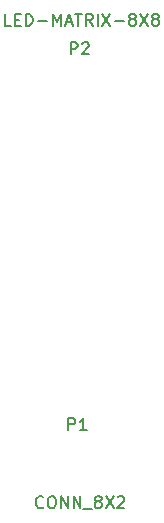
<source format=gto>
G04 (created by PCBNEW-RS274X (2011-aug-04)-testing) date Wed 17 Apr 2013 04:17:38 PM PDT*
G01*
G70*
G90*
%MOIN*%
G04 Gerber Fmt 3.4, Leading zero omitted, Abs format*
%FSLAX34Y34*%
G04 APERTURE LIST*
%ADD10C,0.006000*%
%ADD11C,0.008000*%
G04 APERTURE END LIST*
G54D10*
G54D11*
X25904Y-37760D02*
X25904Y-37360D01*
X26057Y-37360D01*
X26095Y-37379D01*
X26114Y-37398D01*
X26133Y-37436D01*
X26133Y-37493D01*
X26114Y-37531D01*
X26095Y-37550D01*
X26057Y-37569D01*
X25904Y-37569D01*
X26514Y-37760D02*
X26285Y-37760D01*
X26399Y-37760D02*
X26399Y-37360D01*
X26361Y-37417D01*
X26323Y-37455D01*
X26285Y-37474D01*
X25071Y-40322D02*
X25052Y-40341D01*
X24995Y-40360D01*
X24957Y-40360D01*
X24899Y-40341D01*
X24861Y-40303D01*
X24842Y-40265D01*
X24823Y-40188D01*
X24823Y-40131D01*
X24842Y-40055D01*
X24861Y-40017D01*
X24899Y-39979D01*
X24957Y-39960D01*
X24995Y-39960D01*
X25052Y-39979D01*
X25071Y-39998D01*
X25318Y-39960D02*
X25395Y-39960D01*
X25433Y-39979D01*
X25471Y-40017D01*
X25490Y-40093D01*
X25490Y-40227D01*
X25471Y-40303D01*
X25433Y-40341D01*
X25395Y-40360D01*
X25318Y-40360D01*
X25280Y-40341D01*
X25242Y-40303D01*
X25223Y-40227D01*
X25223Y-40093D01*
X25242Y-40017D01*
X25280Y-39979D01*
X25318Y-39960D01*
X25661Y-40360D02*
X25661Y-39960D01*
X25890Y-40360D01*
X25890Y-39960D01*
X26080Y-40360D02*
X26080Y-39960D01*
X26309Y-40360D01*
X26309Y-39960D01*
X26404Y-40398D02*
X26709Y-40398D01*
X26861Y-40131D02*
X26823Y-40112D01*
X26804Y-40093D01*
X26785Y-40055D01*
X26785Y-40036D01*
X26804Y-39998D01*
X26823Y-39979D01*
X26861Y-39960D01*
X26938Y-39960D01*
X26976Y-39979D01*
X26995Y-39998D01*
X27014Y-40036D01*
X27014Y-40055D01*
X26995Y-40093D01*
X26976Y-40112D01*
X26938Y-40131D01*
X26861Y-40131D01*
X26823Y-40150D01*
X26804Y-40169D01*
X26785Y-40208D01*
X26785Y-40284D01*
X26804Y-40322D01*
X26823Y-40341D01*
X26861Y-40360D01*
X26938Y-40360D01*
X26976Y-40341D01*
X26995Y-40322D01*
X27014Y-40284D01*
X27014Y-40208D01*
X26995Y-40169D01*
X26976Y-40150D01*
X26938Y-40131D01*
X27147Y-39960D02*
X27414Y-40360D01*
X27414Y-39960D02*
X27147Y-40360D01*
X27547Y-39998D02*
X27566Y-39979D01*
X27604Y-39960D01*
X27700Y-39960D01*
X27738Y-39979D01*
X27757Y-39998D01*
X27776Y-40036D01*
X27776Y-40074D01*
X27757Y-40131D01*
X27528Y-40360D01*
X27776Y-40360D01*
X25985Y-25232D02*
X25985Y-24832D01*
X26138Y-24832D01*
X26176Y-24851D01*
X26195Y-24870D01*
X26214Y-24908D01*
X26214Y-24965D01*
X26195Y-25003D01*
X26176Y-25022D01*
X26138Y-25041D01*
X25985Y-25041D01*
X26366Y-24870D02*
X26385Y-24851D01*
X26423Y-24832D01*
X26519Y-24832D01*
X26557Y-24851D01*
X26576Y-24870D01*
X26595Y-24908D01*
X26595Y-24946D01*
X26576Y-25003D01*
X26347Y-25232D01*
X26595Y-25232D01*
X23989Y-24282D02*
X23798Y-24282D01*
X23798Y-23882D01*
X24122Y-24072D02*
X24256Y-24072D01*
X24313Y-24282D02*
X24122Y-24282D01*
X24122Y-23882D01*
X24313Y-23882D01*
X24484Y-24282D02*
X24484Y-23882D01*
X24579Y-23882D01*
X24637Y-23901D01*
X24675Y-23939D01*
X24694Y-23977D01*
X24713Y-24053D01*
X24713Y-24110D01*
X24694Y-24187D01*
X24675Y-24225D01*
X24637Y-24263D01*
X24579Y-24282D01*
X24484Y-24282D01*
X24884Y-24130D02*
X25189Y-24130D01*
X25379Y-24282D02*
X25379Y-23882D01*
X25513Y-24168D01*
X25646Y-23882D01*
X25646Y-24282D01*
X25817Y-24168D02*
X26008Y-24168D01*
X25779Y-24282D02*
X25912Y-23882D01*
X26046Y-24282D01*
X26122Y-23882D02*
X26351Y-23882D01*
X26236Y-24282D02*
X26236Y-23882D01*
X26713Y-24282D02*
X26579Y-24091D01*
X26484Y-24282D02*
X26484Y-23882D01*
X26637Y-23882D01*
X26675Y-23901D01*
X26694Y-23920D01*
X26713Y-23958D01*
X26713Y-24015D01*
X26694Y-24053D01*
X26675Y-24072D01*
X26637Y-24091D01*
X26484Y-24091D01*
X26884Y-24282D02*
X26884Y-23882D01*
X27036Y-23882D02*
X27303Y-24282D01*
X27303Y-23882D02*
X27036Y-24282D01*
X27455Y-24130D02*
X27760Y-24130D01*
X28007Y-24053D02*
X27969Y-24034D01*
X27950Y-24015D01*
X27931Y-23977D01*
X27931Y-23958D01*
X27950Y-23920D01*
X27969Y-23901D01*
X28007Y-23882D01*
X28084Y-23882D01*
X28122Y-23901D01*
X28141Y-23920D01*
X28160Y-23958D01*
X28160Y-23977D01*
X28141Y-24015D01*
X28122Y-24034D01*
X28084Y-24053D01*
X28007Y-24053D01*
X27969Y-24072D01*
X27950Y-24091D01*
X27931Y-24130D01*
X27931Y-24206D01*
X27950Y-24244D01*
X27969Y-24263D01*
X28007Y-24282D01*
X28084Y-24282D01*
X28122Y-24263D01*
X28141Y-24244D01*
X28160Y-24206D01*
X28160Y-24130D01*
X28141Y-24091D01*
X28122Y-24072D01*
X28084Y-24053D01*
X28293Y-23882D02*
X28560Y-24282D01*
X28560Y-23882D02*
X28293Y-24282D01*
X28769Y-24053D02*
X28731Y-24034D01*
X28712Y-24015D01*
X28693Y-23977D01*
X28693Y-23958D01*
X28712Y-23920D01*
X28731Y-23901D01*
X28769Y-23882D01*
X28846Y-23882D01*
X28884Y-23901D01*
X28903Y-23920D01*
X28922Y-23958D01*
X28922Y-23977D01*
X28903Y-24015D01*
X28884Y-24034D01*
X28846Y-24053D01*
X28769Y-24053D01*
X28731Y-24072D01*
X28712Y-24091D01*
X28693Y-24130D01*
X28693Y-24206D01*
X28712Y-24244D01*
X28731Y-24263D01*
X28769Y-24282D01*
X28846Y-24282D01*
X28884Y-24263D01*
X28903Y-24244D01*
X28922Y-24206D01*
X28922Y-24130D01*
X28903Y-24091D01*
X28884Y-24072D01*
X28846Y-24053D01*
M02*

</source>
